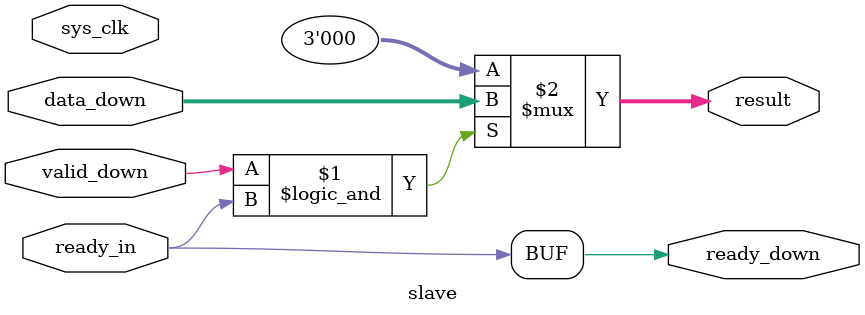
<source format=v>
module slave
(
    input wire          sys_clk   ,
    input wire          ready_in  ,    
    input wire [2:0]    data_down ,
    input wire          valid_down,

    output wire         ready_down,
    output wire [2:0]   result
);




assign result = (valid_down && ready_in) ? data_down : 3'b0;

assign ready_down = ready_in;

endmodule
</source>
